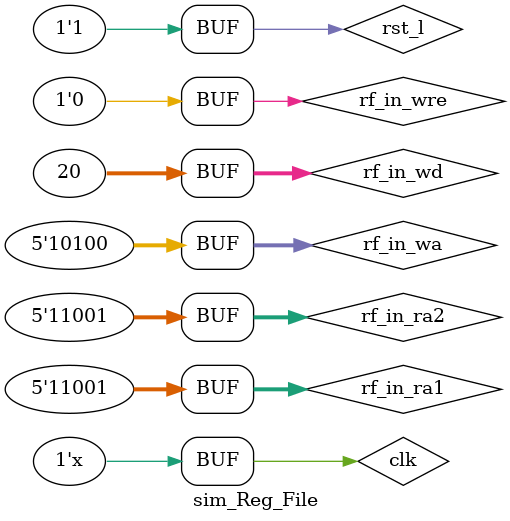
<source format=v>
`timescale 1ns / 1ps


module sim_Reg_File(

    );
    reg clk,rst_l;
    reg [4:0] rf_in_ra1,rf_in_ra2;
    reg rf_in_wre;
    reg [4:0]rf_in_wa;
    reg [31:0]rf_in_wd;
    wire [31:0]rf_out_rd1,rf_out_rd2;
    
    initial
    begin
        clk=1'b0;
        rst_l=1'b0;
        rf_in_wd=32'h0;//Ð´Êý¾Ý³õÊ¼»¯
        rf_in_wa=4'h0;//Ð´µØÖ·³õÊ¼»¯
        
        rf_in_ra1=5'd0;//¶ÁµØÖ·³õÊ¼»¯ 1
        rf_in_ra2=5'd0;//¶ÁµØÖ·³õÊ¼»¯ 2 
        
        #5 rst_l=1'b1;//¸´Î»ÐÅºÅÎÞÐ§
        rf_in_wre=1'b1;//Ð´Ê¹ÄÜ
        repeat(8'd20)
            begin
               #3 rf_in_wa=rf_in_wa+32'h1;//Ð´ÈëµØÖ·
                rf_in_wd=rf_in_wd+32'h1;//Ð´ÈëÊý¾Ý
            end
            
      #200 rf_in_wre=0;//¶ÁÊ¹ÄÜ     
        repeat(8'd25)
            begin
              #3 rf_in_ra1=rf_in_ra1+5'd1;//¶ÁÈëµØÖ·
                 rf_in_ra2=rf_in_ra2+5'd1;
            end
         
        
   end
   
    always #1 
    begin
    clk=~clk;
    end
    
    Reg_File RF( clk, rst_l,
    rf_in_ra1,//¶Á³öÊý¾ÝµÄµØÖ·
    rf_in_ra2,//

     rf_in_wre,//Ð´Ê¹ÄÜÐÅºÅ

    rf_in_wa,// Ð´ÈëÊý¾ÝµÄµØÖ·
    rf_in_wd,//Ð´ÈëÊý¾Ý

    rf_out_rd1,//¶Á³ö¼Ä´æÆ÷×éµÄÊý¾Ý
    rf_out_rd2
    );
endmodule

</source>
